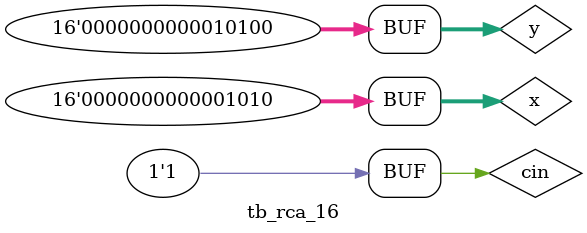
<source format=v>
`timescale 1ns / 1ps


`timescale 1ns / 1ps

module tb_rca_16;
    // input
    reg [15:0] x;
    reg [15:0] y;
    reg cin;
    
    // output
    wire [15:0] sum;
    wire cout;
    
    // UUT
    rca_16 uut ( 
        .x(x),
        .y(y),
        .cin(cin),
        .sum(sum),
        .cout(cout)
    );
    
    initial begin
	// Initial value setting
		x = 16'h0000; y = 16'h0000; cin = 0;

	// Test Case 1 : 3+5 , cin = 0
		x = 16'h0003; y = 16'h0005; cin = 0; #100;

	// Test Case 2 : 65335 + 1 , cin = 0

		x = 16'hFFFF; y = 16'h0001; cin = 0; #100;

	// Test Case 3 : 65535 + 65535 , cin = 1

		x = 16'hFFFF; y = 16'hFFFF; cin = 1; #100;

	// Test Case 4 : 10 + 20 , cin = 1

		x = 16'h000A; y = 16'h0014; cin = 1; #100;


	end
    

    
endmodule

</source>
